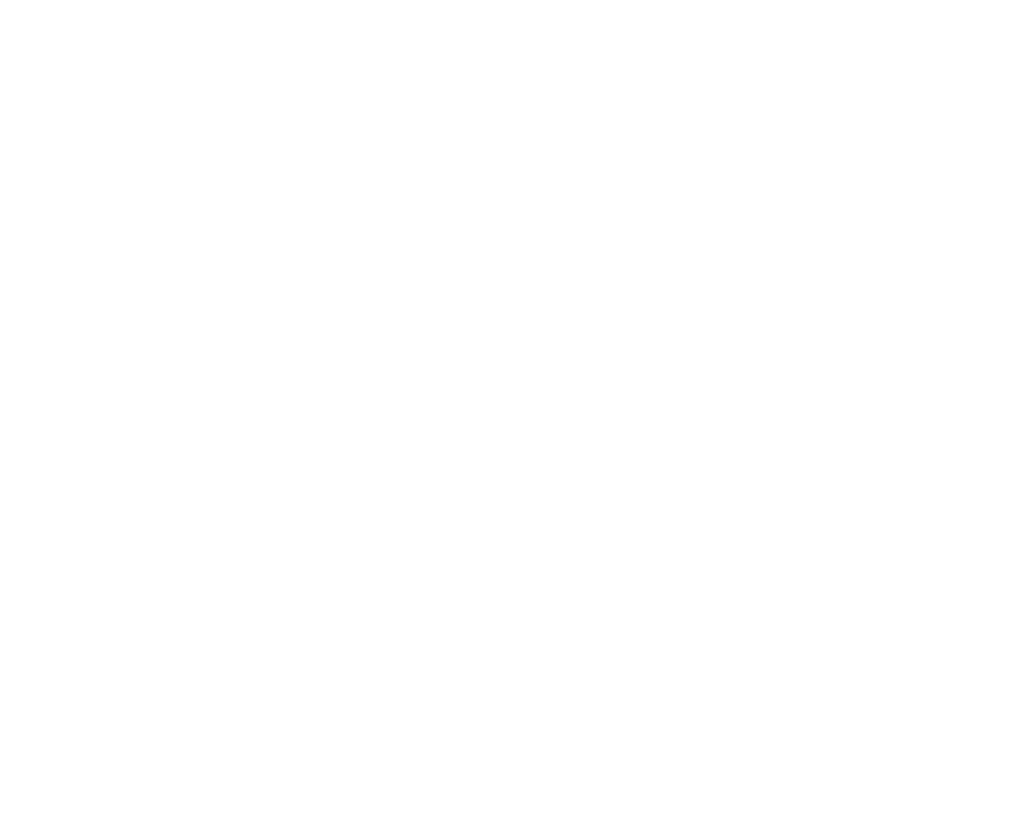
<source format=kicad_pcb>
(kicad_pcb (version 20171130) (host pcbnew "(5.1.5)-3")

  (general
    (thickness 1.6)
    (drawings 106)
    (tracks 0)
    (zones 0)
    (modules 0)
    (nets 1)
  )

  (page A4)
  (layers
    (0 F.Cu signal)
    (31 B.Cu signal)
    (32 B.Adhes user)
    (33 F.Adhes user)
    (34 B.Paste user)
    (35 F.Paste user)
    (36 B.SilkS user)
    (37 F.SilkS user)
    (38 B.Mask user)
    (39 F.Mask user)
    (40 Dwgs.User user)
    (41 Cmts.User user)
    (42 Eco1.User user)
    (43 Eco2.User user)
    (44 Edge.Cuts user)
    (45 Margin user)
    (46 B.CrtYd user)
    (47 F.CrtYd user)
    (48 B.Fab user)
    (49 F.Fab user)
  )

  (setup
    (last_trace_width 0.25)
    (trace_clearance 0.2)
    (zone_clearance 0.508)
    (zone_45_only no)
    (trace_min 0.2)
    (via_size 0.8)
    (via_drill 0.4)
    (via_min_size 0.4)
    (via_min_drill 0.3)
    (uvia_size 0.3)
    (uvia_drill 0.1)
    (uvias_allowed no)
    (uvia_min_size 0.2)
    (uvia_min_drill 0.1)
    (edge_width 0.15)
    (segment_width 0.2)
    (pcb_text_width 0.3)
    (pcb_text_size 1.5 1.5)
    (mod_edge_width 0.15)
    (mod_text_size 1 1)
    (mod_text_width 0.15)
    (pad_size 1.524 1.524)
    (pad_drill 0.762)
    (pad_to_mask_clearance 0.051)
    (solder_mask_min_width 0.25)
    (aux_axis_origin 0 0)
    (visible_elements 7FFFFFFF)
    (pcbplotparams
      (layerselection 0x00100_7ffffffe)
      (usegerberextensions false)
      (usegerberattributes false)
      (usegerberadvancedattributes false)
      (creategerberjobfile false)
      (excludeedgelayer true)
      (linewidth 0.100000)
      (plotframeref false)
      (viasonmask false)
      (mode 1)
      (useauxorigin false)
      (hpglpennumber 1)
      (hpglpenspeed 20)
      (hpglpendiameter 15.000000)
      (psnegative false)
      (psa4output false)
      (plotreference true)
      (plotvalue true)
      (plotinvisibletext false)
      (padsonsilk false)
      (subtractmaskfromsilk false)
      (outputformat 1)
      (mirror false)
      (drillshape 0)
      (scaleselection 1)
      (outputdirectory ""))
  )

  (net 0 "")

  (net_class Default "これはデフォルトのネット クラスです。"
    (clearance 0.2)
    (trace_width 0.25)
    (via_dia 0.8)
    (via_drill 0.4)
    (uvia_dia 0.3)
    (uvia_drill 0.1)
  )

  (gr_text F2.2 (at 204.41412 173.609) (layer Dwgs.User)
    (effects (font (size 3 3) (thickness 0.3)))
  )
  (gr_text 4xR2.0 (at 38.3286 40.5638) (layer Dwgs.User)
    (effects (font (size 1.5 1.5) (thickness 0.3)))
  )
  (gr_line (start 41.8084 41.8084) (end 50.1904 50.2158) (layer Dwgs.User) (width 0.15))
  (gr_line (start 34.3154 41.8592) (end 41.8592 41.8592) (layer Dwgs.User) (width 0.15))
  (gr_arc (start 51.943001 51.968399) (end 51.9938 49.9364) (angle -90) (layer Dwgs.User) (width 0.2) (tstamp 5E237E3E))
  (gr_arc (start 147.980401 52.070001) (end 150.0124 52.1208) (angle -90) (layer Dwgs.User) (width 0.2) (tstamp 5E237E3E))
  (gr_arc (start 147.980399 147.955001) (end 147.9296 149.987) (angle -90) (layer Dwgs.User) (width 0.2) (tstamp 5E237E3E))
  (gr_arc (start 52.069999 147.954999) (end 50.038 147.9042) (angle -90) (layer Dwgs.User) (width 0.2))
  (gr_text 15 (at 130.6 158.3) (layer Dwgs.User)
    (effects (font (size 1.5 1.5) (thickness 0.3)))
  )
  (gr_text 15 (at 115.8 158.3) (layer Dwgs.User)
    (effects (font (size 1.5 1.5) (thickness 0.3)))
  )
  (gr_text 15 (at 100.5 158.3) (layer Dwgs.User)
    (effects (font (size 1.5 1.5) (thickness 0.3)))
  )
  (gr_text 15 (at 86.3 158.3) (layer Dwgs.User)
    (effects (font (size 1.5 1.5) (thickness 0.3)))
  )
  (gr_text 28.25 (at 65.1 158.4) (layer Dwgs.User)
    (effects (font (size 1.5 1.5) (thickness 0.3)))
  )
  (gr_line (start 50.2 160) (end 138.25 160) (layer Dwgs.User) (width 0.2))
  (gr_line (start 123.25 155) (end 123.25 165) (layer Dwgs.User) (width 0.2))
  (gr_line (start 108.25 155) (end 108.25 165) (layer Dwgs.User) (width 0.2))
  (gr_line (start 93.5 155) (end 93.5 165) (layer Dwgs.User) (width 0.2))
  (gr_line (start 78.25 155) (end 78.25 165) (layer Dwgs.User) (width 0.2))
  (gr_line (start 138.25 155) (end 138.25 165) (layer Dwgs.User) (width 0.2))
  (gr_line (start 50 155) (end 50 165) (layer Dwgs.User) (width 0.2))
  (gr_text 15 (at 157.6 129.7 90) (layer Dwgs.User)
    (effects (font (size 1.5 1.5) (thickness 0.3)))
  )
  (gr_text 12.75 (at 157.1 143.4 90) (layer Dwgs.User)
    (effects (font (size 1.5 1.5) (thickness 0.3)))
  )
  (gr_line (start 160 120) (end 160 150) (layer Dwgs.User) (width 0.2))
  (gr_line (start 155 150) (end 165 150) (layer Dwgs.User) (width 0.2))
  (gr_text 100 (at 27 101.1 90) (layer Dwgs.User)
    (effects (font (size 1.5 1.5) (thickness 0.3)))
  )
  (gr_line (start 30 50) (end 30 150) (layer Dwgs.User) (width 0.2))
  (gr_line (start 25 150) (end 45 150) (layer Dwgs.User) (width 0.2))
  (gr_text 100 (at 97.7 28.6) (layer Dwgs.User)
    (effects (font (size 1.5 1.5) (thickness 0.3)))
  )
  (gr_line (start 50 30) (end 150 30) (layer Dwgs.User) (width 0.2))
  (gr_line (start 150 25) (end 150 45) (layer Dwgs.User) (width 0.2))
  (gr_text 30 (at 35.1 112.1 90) (layer Dwgs.User)
    (effects (font (size 1.5 1.5) (thickness 0.3)))
  )
  (gr_text 20 (at 130.1 39.5) (layer Dwgs.User)
    (effects (font (size 1.5 1.5) (thickness 0.3)))
  )
  (gr_text 20 (at 110.2 39.1) (layer Dwgs.User)
    (effects (font (size 1.5 1.5) (thickness 0.3)))
  )
  (gr_text 20 (at 90.5 39.1) (layer Dwgs.User)
    (effects (font (size 1.5 1.5) (thickness 0.3)))
  )
  (gr_text 20 (at 70.5 38.9) (layer Dwgs.User)
    (effects (font (size 1.5 1.5) (thickness 0.3)))
  )
  (gr_text 10 (at 55 39.1) (layer Dwgs.User)
    (effects (font (size 1.5 1.5) (thickness 0.3)))
  )
  (gr_line (start 50 41) (end 140 41) (layer Dwgs.User) (width 0.2))
  (gr_line (start 50 25) (end 50 45) (layer Dwgs.User) (width 0.2))
  (gr_text "5\n" (at 147.7 156.5) (layer Dwgs.User)
    (effects (font (size 1.5 1.5) (thickness 0.3)))
  )
  (gr_line (start 145 158.1) (end 150 158.1) (layer Dwgs.User) (width 0.2))
  (gr_text 47.5 (at 34.9 79.3 90) (layer Dwgs.User)
    (effects (font (size 1.5 1.5) (thickness 0.3)))
  )
  (gr_text 5 (at 41.7 52.7 90) (layer Dwgs.User)
    (effects (font (size 1.5 1.5) (thickness 0.3)))
  )
  (gr_line (start 37.5 97.5) (end 37.5 127.1) (layer Dwgs.User) (width 0.2))
  (gr_line (start 43.8 50) (end 43.8 54.9) (layer Dwgs.User) (width 0.2))
  (gr_line (start 37.5 50) (end 37.5 97.5) (layer Dwgs.User) (width 0.2))
  (gr_line (start 150 155) (end 150 160) (layer Dwgs.User) (width 0.2))
  (gr_line (start 145 155) (end 145 160) (layer Dwgs.User) (width 0.2))
  (gr_line (start 25 50) (end 45 50) (layer Dwgs.User) (width 0.2))
  (gr_line (start 40 55) (end 45 55) (layer Dwgs.User) (width 0.2))
  (gr_text 4x3.2Φ (at 157.7 45.5) (layer Dwgs.User)
    (effects (font (size 1.5 1.5) (thickness 0.3)))
  )
  (gr_line (start 154 47.4) (end 145.2 54.6) (layer Dwgs.User) (width 0.2))
  (gr_line (start 162.5 47.4) (end 154 47.4) (layer Dwgs.User) (width 0.2))
  (gr_line (start 155 122.25) (end 165 122.25) (layer Dwgs.User) (width 0.2))
  (gr_line (start 155 137.25) (end 165 137.25) (layer Dwgs.User) (width 0.2))
  (gr_line (start 45 127.25) (end 35 127.25) (layer Dwgs.User) (width 0.2))
  (gr_line (start 35 97.5) (end 45 97.5) (layer Dwgs.User) (width 0.2))
  (gr_line (start 140 35) (end 140 45) (layer Dwgs.User) (width 0.2))
  (gr_line (start 120 35) (end 120 45) (layer Dwgs.User) (width 0.2))
  (gr_line (start 100 35) (end 100 45) (layer Dwgs.User) (width 0.2))
  (gr_line (start 80 35) (end 80 45) (layer Dwgs.User) (width 0.2))
  (gr_line (start 60 35) (end 60 45) (layer Dwgs.User) (width 0.2))
  (gr_text 10x3.8Φ (at 162.2 106.8) (layer Dwgs.User)
    (effects (font (size 1.5 1.5) (thickness 0.3)))
  )
  (gr_line (start 154.6 108.7) (end 139.5 121.2) (layer Dwgs.User) (width 0.2))
  (gr_line (start 172.2 108.7) (end 154.6 108.7) (layer Dwgs.User) (width 0.2))
  (gr_text 6x8Φ (at 160 81.3) (layer Dwgs.User)
    (effects (font (size 1.5 1.5) (thickness 0.3)))
  )
  (gr_line (start 154.2 83) (end 142.7 94.6) (layer Dwgs.User) (width 0.2))
  (gr_line (start 168.9 83) (end 154.2 83) (layer Dwgs.User) (width 0.2))
  (gr_circle (center 138.25 137.25) (end 140.15 137.25) (layer Dwgs.User) (width 0.2) (tstamp 5C68E527))
  (gr_circle (center 138.25 122.25) (end 140.15 122.25) (layer Dwgs.User) (width 0.2) (tstamp 5C68E527))
  (gr_circle (center 123.25 137.25) (end 125.15 137.25) (layer Dwgs.User) (width 0.2) (tstamp 5C68E527))
  (gr_circle (center 123.35 122.25) (end 125.25 122.25) (layer Dwgs.User) (width 0.2) (tstamp 5C68E527))
  (gr_circle (center 108.25 137.25) (end 110.15 137.25) (layer Dwgs.User) (width 0.2) (tstamp 5C68E527))
  (gr_circle (center 108.25 122.25) (end 110.15 122.25) (layer Dwgs.User) (width 0.2) (tstamp 5C68E527))
  (gr_circle (center 93.25 137.25) (end 95.15 137.25) (layer Dwgs.User) (width 0.2) (tstamp 5C68E527))
  (gr_circle (center 93.15 122.25) (end 95.05 122.25) (layer Dwgs.User) (width 0.2) (tstamp 5C68E527))
  (gr_circle (center 78.25 137.25) (end 80.15 137.25) (layer Dwgs.User) (width 0.2) (tstamp 5C68E527))
  (gr_circle (center 78.25 122.25) (end 80.15 122.25) (layer Dwgs.User) (width 0.2))
  (gr_circle (center 60 127.5) (end 64 127.5) (layer Dwgs.User) (width 0.2) (tstamp 5C68DAF0))
  (gr_circle (center 140 97.5) (end 144 97.5) (layer Dwgs.User) (width 0.2) (tstamp 5C68DAF0))
  (gr_circle (center 120 97.5) (end 124 97.5) (layer Dwgs.User) (width 0.2) (tstamp 5C68DAF0))
  (gr_circle (center 100 97.5) (end 104 97.5) (layer Dwgs.User) (width 0.2) (tstamp 5C68DAF0))
  (gr_circle (center 80 97.5) (end 84 97.5) (layer Dwgs.User) (width 0.2) (tstamp 5C68DAF0))
  (gr_circle (center 60 97.5) (end 64 97.5) (layer Dwgs.User) (width 0.2))
  (gr_line (start 138.25 115) (end 138.25 145) (layer Dwgs.User) (width 0.2))
  (gr_line (start 123.25 115) (end 123.25 145) (layer Dwgs.User) (width 0.2))
  (gr_line (start 108.25 115) (end 108.25 145) (layer Dwgs.User) (width 0.2))
  (gr_line (start 93.25 115) (end 93.25 145) (layer Dwgs.User) (width 0.2))
  (gr_line (start 78.25 115) (end 78.25 145) (layer Dwgs.User) (width 0.2))
  (gr_line (start 60 100) (end 60 132.5) (layer Dwgs.User) (width 0.2))
  (gr_line (start 55 127.5) (end 65 127.5) (layer Dwgs.User) (width 0.2))
  (gr_line (start 70 122.25) (end 145 122.25) (layer Dwgs.User) (width 0.2))
  (gr_line (start 70 137.25) (end 145 137.25) (layer Dwgs.User) (width 0.2))
  (gr_line (start 140 92.5) (end 140 102.5) (layer Dwgs.User) (width 0.2))
  (gr_line (start 120 92.5) (end 120 102.5) (layer Dwgs.User) (width 0.2))
  (gr_line (start 100 92.5) (end 100 102.5) (layer Dwgs.User) (width 0.2))
  (gr_line (start 80 92.5) (end 80 102.5) (layer Dwgs.User) (width 0.2) (tstamp 5C68763F))
  (gr_line (start 60 92.5) (end 60 102.5) (layer Dwgs.User) (width 0.2))
  (gr_line (start 55 97.5) (end 145 97.5) (layer Dwgs.User) (width 0.2))
  (gr_circle (center 55 145) (end 56.6 145) (layer Dwgs.User) (width 0.2))
  (gr_circle (center 145 145) (end 146.6 145) (layer Dwgs.User) (width 0.2))
  (gr_circle (center 145 55) (end 146.523155 55) (layer Dwgs.User) (width 0.2))
  (gr_circle (center 55 55) (end 56.6 55) (layer Dwgs.User) (width 0.2))
  (gr_line (start 50 52) (end 50 148) (layer Dwgs.User) (width 0.2))
  (gr_line (start 52 150) (end 148 150) (layer Dwgs.User) (width 0.2))
  (gr_line (start 150 52) (end 150 148) (layer Dwgs.User) (width 0.2))
  (gr_line (start 52 50) (end 148 50) (layer Dwgs.User) (width 0.2))

)

</source>
